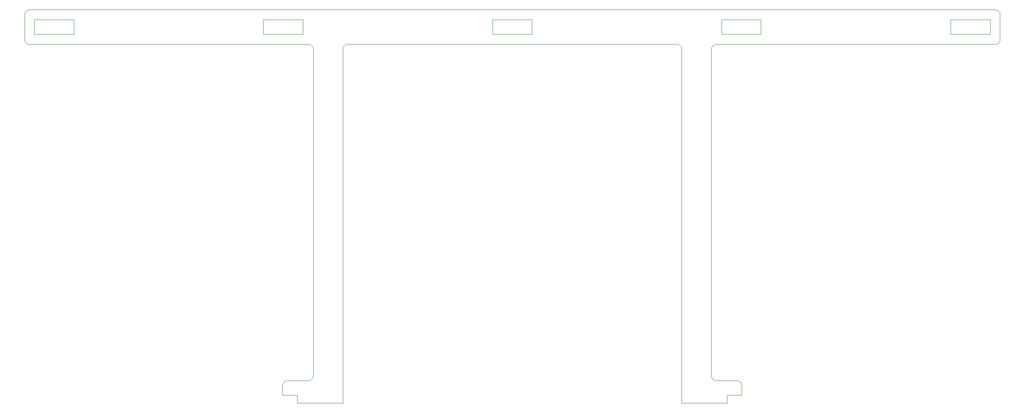
<source format=gm1>
G04*
G04 #@! TF.GenerationSoftware,Altium Limited,Altium Designer,20.1.11 (218)*
G04*
G04 Layer_Color=16711935*
%FSLAX25Y25*%
%MOIN*%
G70*
G04*
G04 #@! TF.SameCoordinates,67DEA893-D948-4B9D-9317-8289C47B3BC5*
G04*
G04*
G04 #@! TF.FilePolarity,Positive*
G04*
G01*
G75*
%ADD24C,0.00050*%
D24*
X-385827Y0D02*
X-386846Y-134D01*
X-387795Y-527D01*
X-388611Y-1153D01*
X-389236Y-1969D01*
X-389630Y-2918D01*
X-389764Y-3937D01*
Y-23622D02*
X-389630Y-24641D01*
X-389236Y-25591D01*
X-388611Y-26406D01*
X-387795Y-27032D01*
X-386846Y-27425D01*
X-385827Y-27559D01*
X-159055Y-31496D02*
X-159189Y-30477D01*
X-159583Y-29528D01*
X-160208Y-28712D01*
X-161024Y-28087D01*
X-161973Y-27693D01*
X-162992Y-27559D01*
X-131496D02*
X-132515Y-27693D01*
X-133465Y-28087D01*
X-134280Y-28712D01*
X-134906Y-29528D01*
X-135299Y-30477D01*
X-135433Y-31496D01*
X135433D02*
X135299Y-30477D01*
X134906Y-29528D01*
X134280Y-28712D01*
X133465Y-28087D01*
X132515Y-27693D01*
X131496Y-27559D01*
X162992D02*
X161973Y-27693D01*
X161024Y-28087D01*
X160208Y-28712D01*
X159583Y-29528D01*
X159189Y-30477D01*
X159055Y-31496D01*
X389764Y-3937D02*
X389630Y-2918D01*
X389236Y-1969D01*
X388611Y-1153D01*
X387795Y-527D01*
X386846Y-134D01*
X385827Y0D01*
Y-27559D02*
X386846Y-27425D01*
X387795Y-27032D01*
X388611Y-26406D01*
X389236Y-25591D01*
X389630Y-24641D01*
X389764Y-23622D01*
X183465Y-300787D02*
X183330Y-299768D01*
X182937Y-298819D01*
X182311Y-298004D01*
X181496Y-297378D01*
X180546Y-296985D01*
X179527Y-296850D01*
X159055Y-292913D02*
X159189Y-293932D01*
X159583Y-294882D01*
X160208Y-295697D01*
X161024Y-296323D01*
X161973Y-296716D01*
X162992Y-296850D01*
X-162992D02*
X-161973Y-296716D01*
X-161024Y-296323D01*
X-160208Y-295697D01*
X-159583Y-294882D01*
X-159189Y-293932D01*
X-159055Y-292913D01*
X-179528Y-296850D02*
X-180546Y-296985D01*
X-181496Y-297378D01*
X-182311Y-298004D01*
X-182937Y-298819D01*
X-183330Y-299768D01*
X-183465Y-300787D01*
X-385827Y0D02*
X-386846Y-134D01*
X-387795Y-527D01*
X-388611Y-1153D01*
X-389236Y-1969D01*
X-389630Y-2918D01*
X-389764Y-3937D01*
Y-23622D02*
X-389630Y-24641D01*
X-389236Y-25591D01*
X-388611Y-26406D01*
X-387795Y-27032D01*
X-386846Y-27425D01*
X-385827Y-27559D01*
X-159055Y-31496D02*
X-159189Y-30477D01*
X-159583Y-29528D01*
X-160208Y-28712D01*
X-161024Y-28087D01*
X-161973Y-27693D01*
X-162992Y-27559D01*
X-131496D02*
X-132515Y-27693D01*
X-133465Y-28087D01*
X-134280Y-28712D01*
X-134906Y-29528D01*
X-135299Y-30477D01*
X-135433Y-31496D01*
X135433D02*
X135299Y-30477D01*
X134906Y-29528D01*
X134280Y-28712D01*
X133465Y-28087D01*
X132515Y-27693D01*
X131496Y-27559D01*
X162992D02*
X161973Y-27693D01*
X161024Y-28087D01*
X160208Y-28712D01*
X159583Y-29528D01*
X159189Y-30477D01*
X159055Y-31496D01*
X389764Y-3937D02*
X389630Y-2918D01*
X389236Y-1969D01*
X388611Y-1153D01*
X387795Y-527D01*
X386846Y-134D01*
X385827Y0D01*
Y-27559D02*
X386846Y-27425D01*
X387795Y-27032D01*
X388611Y-26406D01*
X389236Y-25591D01*
X389630Y-24641D01*
X389764Y-23622D01*
X183465Y-300787D02*
X183330Y-299768D01*
X182937Y-298819D01*
X182311Y-298004D01*
X181496Y-297378D01*
X180546Y-296985D01*
X179527Y-296850D01*
X159055Y-292913D02*
X159189Y-293932D01*
X159583Y-294882D01*
X160208Y-295697D01*
X161024Y-296323D01*
X161973Y-296716D01*
X162992Y-296850D01*
X-162992D02*
X-161973Y-296716D01*
X-161024Y-296323D01*
X-160208Y-295697D01*
X-159583Y-294882D01*
X-159189Y-293932D01*
X-159055Y-292913D01*
X-179528Y-296850D02*
X-180546Y-296985D01*
X-181496Y-297378D01*
X-182311Y-298004D01*
X-182937Y-298819D01*
X-183330Y-299768D01*
X-183465Y-300787D01*
X-385827Y0D02*
X385827D01*
X389764Y-23622D02*
Y-3937D01*
X-389764Y-23622D02*
Y-3937D01*
X135433Y-314961D02*
Y-31496D01*
Y-314961D02*
X171653D01*
Y-308661D01*
X183465D01*
Y-300787D01*
X162992Y-296850D02*
X179527D01*
X159055Y-292913D02*
Y-31496D01*
X-135433Y-314961D02*
Y-31496D01*
X-171653Y-314961D02*
X-135433D01*
X-171653D02*
Y-308661D01*
X-179528Y-296850D02*
X-162992D01*
X-159055Y-292913D02*
Y-31496D01*
X-385827Y-27559D02*
X-162992D01*
X-131496D02*
X131496D01*
X162992D02*
X385827D01*
X381890Y-13780D02*
Y-7874D01*
X350394D02*
X381890D01*
X350394Y-19685D02*
Y-7874D01*
Y-19685D02*
X381890D01*
Y-8858D01*
X198819Y-13780D02*
Y-7874D01*
X167323D02*
X198819D01*
X167323Y-19685D02*
Y-7874D01*
Y-19685D02*
X198819D01*
Y-13780D01*
X15748D02*
Y-7874D01*
X-15748D02*
X15748D01*
X-15748Y-19685D02*
Y-7874D01*
Y-19685D02*
X15748D01*
Y-7874D01*
X-167323Y-13780D02*
Y-7874D01*
X-198819D02*
X-167323D01*
X-198819Y-19685D02*
Y-7874D01*
Y-19685D02*
X-167323D01*
Y-13780D01*
X-350394D02*
Y-7874D01*
X-381890D02*
X-350394D01*
X-381890Y-19685D02*
Y-7874D01*
Y-19685D02*
X-350394D01*
Y-7874D01*
X-183465Y-308661D02*
X-171653D01*
X-183465D02*
Y-300787D01*
X-385827Y0D02*
X385827D01*
X389764Y-23622D02*
Y-3937D01*
X-389764Y-23622D02*
Y-3937D01*
X135433Y-314961D02*
Y-31496D01*
Y-314961D02*
X171653D01*
Y-308661D01*
X183465D01*
Y-300787D01*
X162992Y-296850D02*
X179527D01*
X159055Y-292913D02*
Y-31496D01*
X-135433Y-314961D02*
Y-31496D01*
X-171653Y-314961D02*
X-135433D01*
X-171653D02*
Y-308661D01*
X-179528Y-296850D02*
X-162992D01*
X-159055Y-292913D02*
Y-31496D01*
X-385827Y-27559D02*
X-162992D01*
X-131496D02*
X131496D01*
X162992D02*
X385827D01*
X381890Y-13780D02*
Y-7874D01*
X350394D02*
X381890D01*
X350394Y-19685D02*
Y-7874D01*
Y-19685D02*
X381890D01*
Y-8858D01*
X198819Y-13780D02*
Y-7874D01*
X167323D02*
X198819D01*
X167323Y-19685D02*
Y-7874D01*
Y-19685D02*
X198819D01*
Y-13780D01*
X15748D02*
Y-7874D01*
X-15748D02*
X15748D01*
X-15748Y-19685D02*
Y-7874D01*
Y-19685D02*
X15748D01*
Y-7874D01*
X-167323Y-13780D02*
Y-7874D01*
X-198819D02*
X-167323D01*
X-198819Y-19685D02*
Y-7874D01*
Y-19685D02*
X-167323D01*
Y-13780D01*
X-350394D02*
Y-7874D01*
X-381890D02*
X-350394D01*
X-381890Y-19685D02*
Y-7874D01*
Y-19685D02*
X-350394D01*
Y-7874D01*
X-183465Y-308661D02*
X-171653D01*
X-183465D02*
Y-300787D01*
M02*

</source>
